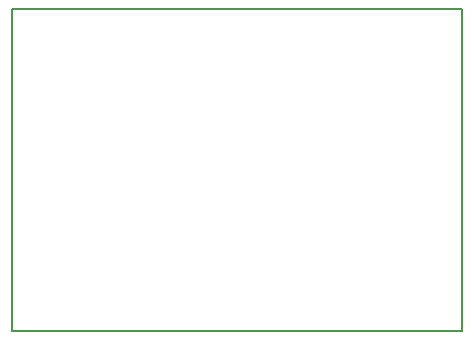
<source format=gko>
%FSLAX24Y24*%
%MOIN*%
G70*
G01*
G75*
G04 Layer_Color=16711935*
%ADD10R,0.0354X0.0276*%
%ADD11R,0.0354X0.0315*%
%ADD12R,0.0217X0.0512*%
%ADD13R,0.0236X0.0512*%
%ADD14R,0.0512X0.0217*%
%ADD15R,0.0276X0.0354*%
%ADD16R,0.0394X0.0217*%
%ADD17C,0.0300*%
%ADD18C,0.0200*%
%ADD19C,0.0630*%
%ADD20C,0.0709*%
%ADD21C,0.0492*%
%ADD22C,0.1063*%
%ADD23C,0.0882*%
%ADD24R,0.0866X0.0866*%
%ADD25C,0.0433*%
%ADD26C,0.0400*%
%ADD27C,0.0050*%
%ADD28C,0.0098*%
%ADD29C,0.0079*%
%ADD30C,0.0100*%
%ADD31R,0.0414X0.0336*%
%ADD32R,0.0414X0.0375*%
%ADD33R,0.0277X0.0572*%
%ADD34R,0.0296X0.0572*%
%ADD35R,0.0572X0.0277*%
%ADD36R,0.0336X0.0414*%
%ADD37R,0.0454X0.0277*%
%ADD38C,0.0690*%
%ADD39C,0.0060*%
%ADD40C,0.0769*%
%ADD41C,0.0552*%
%ADD42C,0.1123*%
%ADD43C,0.0942*%
%ADD44R,0.0926X0.0926*%
%ADD45C,0.0493*%
%ADD46C,0.0460*%
%ADD47C,0.0080*%
D27*
X10000Y10000D02*
X25000D01*
Y20750D01*
X10000D02*
X25000D01*
X10000Y10000D02*
Y20750D01*
M02*

</source>
